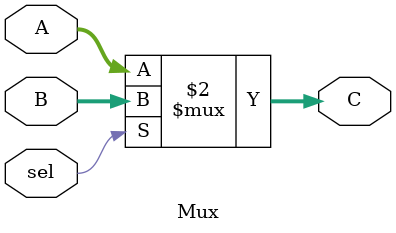
<source format=v>
module Mux(
	input [31:0]A,
	input [31:0]B,
	input sel,
	output [31:0] C);
	
	assign C = (~sel) ? A : B;
	
endmodule 
</source>
